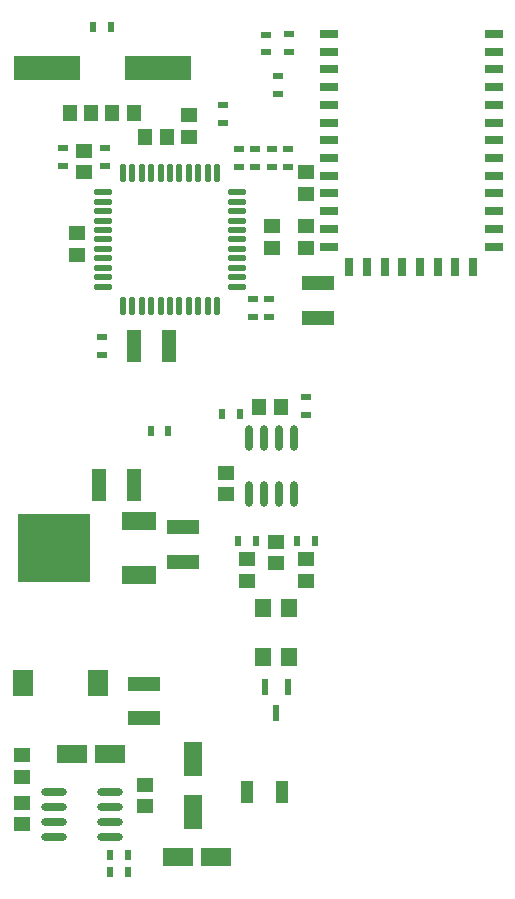
<source format=gtp>
G04*
G04 #@! TF.GenerationSoftware,Altium Limited,Altium Designer,20.0.11 (256)*
G04*
G04 Layer_Color=8421504*
%FSLAX25Y25*%
%MOIN*%
G70*
G01*
G75*
%ADD16R,0.02362X0.05709*%
%ADD17R,0.10039X0.06102*%
%ADD18R,0.03937X0.07480*%
%ADD19R,0.05512X0.04528*%
%ADD20R,0.10630X0.04921*%
%ADD21R,0.03543X0.02362*%
%ADD22R,0.04921X0.10630*%
%ADD23R,0.05906X0.03150*%
%ADD24R,0.03150X0.05906*%
%ADD25R,0.02362X0.03543*%
%ADD26R,0.21850X0.08071*%
%ADD27R,0.24410X0.22835*%
%ADD28R,0.11811X0.06299*%
%ADD29R,0.07087X0.08661*%
%ADD30O,0.06299X0.02165*%
%ADD31O,0.02165X0.06299*%
%ADD32R,0.05512X0.05906*%
%ADD33R,0.05906X0.11811*%
%ADD34R,0.04528X0.05512*%
%ADD35O,0.02362X0.08661*%
%ADD36O,0.08661X0.02362*%
D16*
X92520Y58563D02*
D03*
X88779Y67421D02*
D03*
X96260D02*
D03*
D17*
X37008Y44882D02*
D03*
X24409D02*
D03*
X72285Y10654D02*
D03*
X59687D02*
D03*
D18*
X82677Y32480D02*
D03*
X94488D02*
D03*
D19*
X102362Y220878D02*
D03*
Y213595D02*
D03*
X7717Y21555D02*
D03*
Y28839D02*
D03*
X48819Y34843D02*
D03*
Y27559D02*
D03*
X25984Y218602D02*
D03*
Y211319D02*
D03*
X90945Y213595D02*
D03*
Y220878D02*
D03*
X102362Y238897D02*
D03*
Y231613D02*
D03*
X28346Y246161D02*
D03*
Y238878D02*
D03*
X92520Y108563D02*
D03*
Y115847D02*
D03*
X102362Y102657D02*
D03*
Y109941D02*
D03*
X75787Y138819D02*
D03*
Y131535D02*
D03*
X82677Y109941D02*
D03*
Y102657D02*
D03*
X63386Y258130D02*
D03*
Y250847D02*
D03*
X7717Y37382D02*
D03*
Y44665D02*
D03*
D20*
X106280Y190256D02*
D03*
Y201870D02*
D03*
X61417Y109153D02*
D03*
Y120768D02*
D03*
X48366Y68484D02*
D03*
Y56870D02*
D03*
D21*
X84646Y196653D02*
D03*
Y190748D02*
D03*
X89961Y196653D02*
D03*
Y190748D02*
D03*
X96260Y246752D02*
D03*
Y240846D02*
D03*
X90945Y246752D02*
D03*
Y240846D02*
D03*
X85433Y246752D02*
D03*
Y240846D02*
D03*
X79921Y246752D02*
D03*
Y240846D02*
D03*
X34390Y178150D02*
D03*
Y184055D02*
D03*
X89130Y284842D02*
D03*
Y278937D02*
D03*
X93209Y265059D02*
D03*
Y270965D02*
D03*
X35571Y247047D02*
D03*
Y241142D02*
D03*
X21260Y247047D02*
D03*
Y241142D02*
D03*
X102362Y158169D02*
D03*
Y164075D02*
D03*
X96850Y279134D02*
D03*
Y285039D02*
D03*
X74803Y255315D02*
D03*
Y261221D02*
D03*
D22*
X45177Y134646D02*
D03*
X33563D02*
D03*
X56595Y181102D02*
D03*
X44980D02*
D03*
D23*
X165039Y285039D02*
D03*
Y279134D02*
D03*
Y273228D02*
D03*
Y267323D02*
D03*
Y261417D02*
D03*
Y255512D02*
D03*
Y249606D02*
D03*
Y243701D02*
D03*
Y237795D02*
D03*
Y231890D02*
D03*
Y225984D02*
D03*
Y220079D02*
D03*
Y214173D02*
D03*
X109921D02*
D03*
Y220079D02*
D03*
Y225984D02*
D03*
Y231890D02*
D03*
Y237795D02*
D03*
Y243701D02*
D03*
Y249606D02*
D03*
Y255512D02*
D03*
Y261417D02*
D03*
Y267323D02*
D03*
Y273228D02*
D03*
Y279134D02*
D03*
Y285039D02*
D03*
D24*
X158150Y207283D02*
D03*
X152244D02*
D03*
X146339D02*
D03*
X140433D02*
D03*
X134528D02*
D03*
X128622D02*
D03*
X122717D02*
D03*
X116811D02*
D03*
D25*
X50591Y152756D02*
D03*
X56496D02*
D03*
X99409Y116142D02*
D03*
X105315D02*
D03*
X79724D02*
D03*
X85630D02*
D03*
X80315Y158268D02*
D03*
X74409D02*
D03*
X31542Y287402D02*
D03*
X37448D02*
D03*
X43150Y11496D02*
D03*
X37244D02*
D03*
Y5591D02*
D03*
X43150D02*
D03*
D26*
X15991Y273622D02*
D03*
X52999D02*
D03*
D27*
X18583Y113721D02*
D03*
D28*
X46850Y122716D02*
D03*
Y104724D02*
D03*
D29*
X8051Y68583D02*
D03*
X33248D02*
D03*
D30*
X34843Y200787D02*
D03*
Y203937D02*
D03*
Y207087D02*
D03*
Y210236D02*
D03*
Y213386D02*
D03*
Y216535D02*
D03*
Y219685D02*
D03*
Y222835D02*
D03*
Y225984D02*
D03*
Y229134D02*
D03*
Y232283D02*
D03*
X79331Y232283D02*
D03*
Y229134D02*
D03*
Y225984D02*
D03*
Y222835D02*
D03*
Y219685D02*
D03*
Y216535D02*
D03*
Y213386D02*
D03*
Y210236D02*
D03*
Y207087D02*
D03*
Y203937D02*
D03*
Y200787D02*
D03*
D31*
X41339Y238779D02*
D03*
X44488D02*
D03*
X47638D02*
D03*
X50787D02*
D03*
X53937D02*
D03*
X57087D02*
D03*
X60236D02*
D03*
X63386D02*
D03*
X66535D02*
D03*
X69685D02*
D03*
X72835D02*
D03*
X72835Y194291D02*
D03*
X69685D02*
D03*
X66535D02*
D03*
X63386D02*
D03*
X60236D02*
D03*
X57087D02*
D03*
X53937D02*
D03*
X50787D02*
D03*
X47638D02*
D03*
X44488D02*
D03*
X41339D02*
D03*
D32*
X96850Y93799D02*
D03*
X88189D02*
D03*
X96850Y77461D02*
D03*
X88189D02*
D03*
D33*
X64803Y25583D02*
D03*
Y43299D02*
D03*
D34*
X48720Y250847D02*
D03*
X56004D02*
D03*
X30906Y258801D02*
D03*
X23622D02*
D03*
X44980D02*
D03*
X37697D02*
D03*
X94193Y160630D02*
D03*
X86910D02*
D03*
D35*
X98337Y150433D02*
D03*
X93337D02*
D03*
X88337D02*
D03*
X83337D02*
D03*
X98337Y131535D02*
D03*
X93337D02*
D03*
X88337D02*
D03*
X83337D02*
D03*
D36*
X18347Y32480D02*
D03*
Y27480D02*
D03*
Y22480D02*
D03*
Y17480D02*
D03*
X37244Y32480D02*
D03*
Y27480D02*
D03*
Y22480D02*
D03*
Y17480D02*
D03*
M02*

</source>
